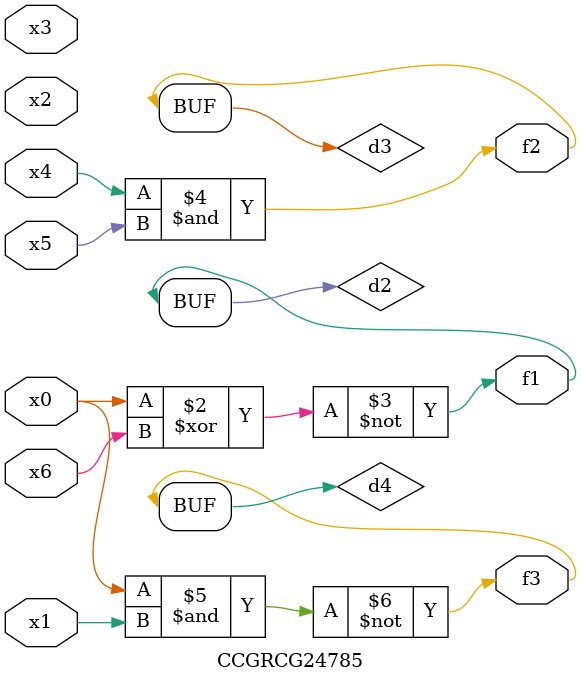
<source format=v>
module CCGRCG24785(
	input x0, x1, x2, x3, x4, x5, x6,
	output f1, f2, f3
);

	wire d1, d2, d3, d4;

	nor (d1, x0);
	xnor (d2, x0, x6);
	and (d3, x4, x5);
	nand (d4, x0, x1);
	assign f1 = d2;
	assign f2 = d3;
	assign f3 = d4;
endmodule

</source>
